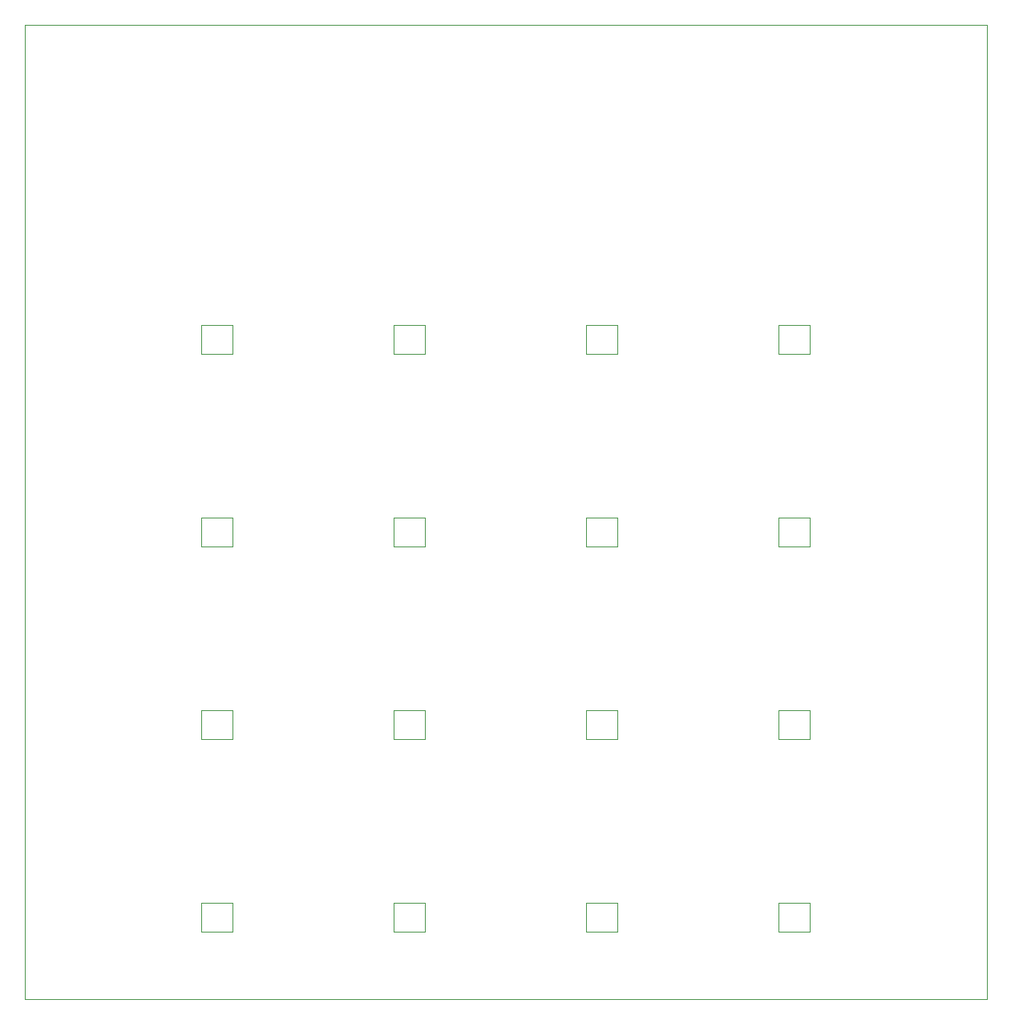
<source format=gm1>
%TF.GenerationSoftware,KiCad,Pcbnew,7.0.1*%
%TF.CreationDate,2023-05-22T14:58:10-04:00*%
%TF.ProjectId,MacroPad,4d616372-6f50-4616-942e-6b696361645f,rev?*%
%TF.SameCoordinates,Original*%
%TF.FileFunction,Profile,NP*%
%FSLAX46Y46*%
G04 Gerber Fmt 4.6, Leading zero omitted, Abs format (unit mm)*
G04 Created by KiCad (PCBNEW 7.0.1) date 2023-05-22 14:58:10*
%MOMM*%
%LPD*%
G01*
G04 APERTURE LIST*
%TA.AperFunction,Profile*%
%ADD10C,0.100000*%
%TD*%
G04 APERTURE END LIST*
D10*
X73660000Y-45831000D02*
X175260000Y-45831000D01*
X175260000Y-148625000D01*
X73660000Y-148625000D01*
X73660000Y-45831000D01*
X112649000Y-77470000D02*
X115951000Y-77470000D01*
X115951000Y-80518000D01*
X112649000Y-80518000D01*
X112649000Y-77470000D01*
X132969000Y-77470000D02*
X136271000Y-77470000D01*
X136271000Y-80518000D01*
X132969000Y-80518000D01*
X132969000Y-77470000D01*
X92329000Y-138430000D02*
X95631000Y-138430000D01*
X95631000Y-141478000D01*
X92329000Y-141478000D01*
X92329000Y-138430000D01*
X153289000Y-97790000D02*
X156591000Y-97790000D01*
X156591000Y-100838000D01*
X153289000Y-100838000D01*
X153289000Y-97790000D01*
X112649000Y-118110000D02*
X115951000Y-118110000D01*
X115951000Y-121158000D01*
X112649000Y-121158000D01*
X112649000Y-118110000D01*
X112649000Y-138430000D02*
X115951000Y-138430000D01*
X115951000Y-141478000D01*
X112649000Y-141478000D01*
X112649000Y-138430000D01*
X153289000Y-77470000D02*
X156591000Y-77470000D01*
X156591000Y-80518000D01*
X153289000Y-80518000D01*
X153289000Y-77470000D01*
X132969000Y-118110000D02*
X136271000Y-118110000D01*
X136271000Y-121158000D01*
X132969000Y-121158000D01*
X132969000Y-118110000D01*
X92329000Y-97790000D02*
X95631000Y-97790000D01*
X95631000Y-100838000D01*
X92329000Y-100838000D01*
X92329000Y-97790000D01*
X132969000Y-138430000D02*
X136271000Y-138430000D01*
X136271000Y-141478000D01*
X132969000Y-141478000D01*
X132969000Y-138430000D01*
X112649000Y-97790000D02*
X115951000Y-97790000D01*
X115951000Y-100838000D01*
X112649000Y-100838000D01*
X112649000Y-97790000D01*
X132969000Y-97790000D02*
X136271000Y-97790000D01*
X136271000Y-100838000D01*
X132969000Y-100838000D01*
X132969000Y-97790000D01*
X153289000Y-138430000D02*
X156591000Y-138430000D01*
X156591000Y-141478000D01*
X153289000Y-141478000D01*
X153289000Y-138430000D01*
X92329000Y-77470000D02*
X95631000Y-77470000D01*
X95631000Y-80518000D01*
X92329000Y-80518000D01*
X92329000Y-77470000D01*
X92329000Y-118110000D02*
X95631000Y-118110000D01*
X95631000Y-121158000D01*
X92329000Y-121158000D01*
X92329000Y-118110000D01*
X153289000Y-118110000D02*
X156591000Y-118110000D01*
X156591000Y-121158000D01*
X153289000Y-121158000D01*
X153289000Y-118110000D01*
M02*

</source>
